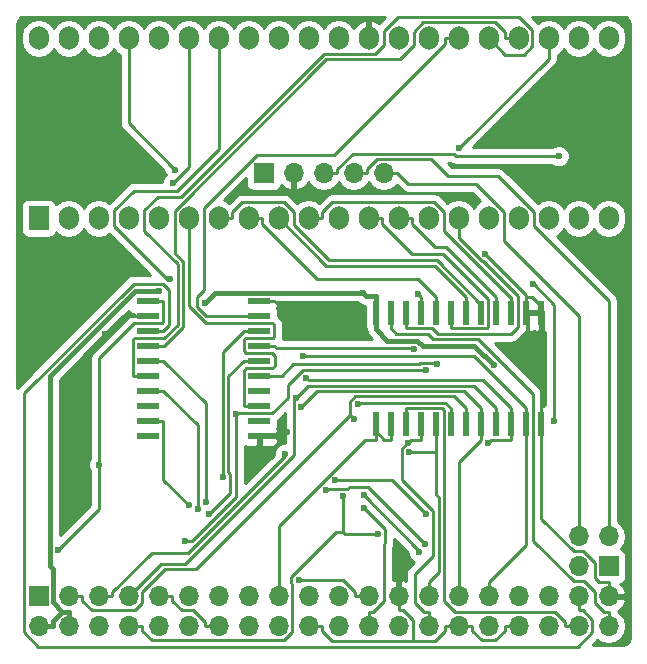
<source format=gbr>
G04 #@! TF.FileFunction,Copper,L2,Bot,Signal*
%FSLAX46Y46*%
G04 Gerber Fmt 4.6, Leading zero omitted, Abs format (unit mm)*
G04 Created by KiCad (PCBNEW 4.0.7) date 11/14/18 02:16:29*
%MOMM*%
%LPD*%
G01*
G04 APERTURE LIST*
%ADD10C,0.100000*%
%ADD11R,1.700000X1.700000*%
%ADD12O,1.700000X1.700000*%
%ADD13R,1.700000X2.000000*%
%ADD14O,1.700000X2.000000*%
%ADD15R,0.600000X2.000000*%
%ADD16R,1.950000X0.600000*%
%ADD17C,0.600000*%
%ADD18C,0.250000*%
%ADD19C,0.400000*%
%ADD20C,0.254000*%
G04 APERTURE END LIST*
D10*
D11*
X125730000Y-109474000D03*
D12*
X125730000Y-112014000D03*
X128270000Y-109474000D03*
X128270000Y-112014000D03*
X130810000Y-109474000D03*
X130810000Y-112014000D03*
X133350000Y-109474000D03*
X133350000Y-112014000D03*
X135890000Y-109474000D03*
X135890000Y-112014000D03*
X138430000Y-109474000D03*
X138430000Y-112014000D03*
X140970000Y-109474000D03*
X140970000Y-112014000D03*
X143510000Y-109474000D03*
X143510000Y-112014000D03*
X146050000Y-109474000D03*
X146050000Y-112014000D03*
X148590000Y-109474000D03*
X148590000Y-112014000D03*
X151130000Y-109474000D03*
X151130000Y-112014000D03*
X153670000Y-109474000D03*
X153670000Y-112014000D03*
X156210000Y-109474000D03*
X156210000Y-112014000D03*
X158750000Y-109474000D03*
X158750000Y-112014000D03*
X161290000Y-109474000D03*
X161290000Y-112014000D03*
X163830000Y-109474000D03*
X163830000Y-112014000D03*
X166370000Y-109474000D03*
X166370000Y-112014000D03*
X168910000Y-109474000D03*
X168910000Y-112014000D03*
X171450000Y-109474000D03*
X171450000Y-112014000D03*
X173990000Y-109474000D03*
X173990000Y-112014000D03*
D11*
X173990000Y-106934000D03*
D12*
X171450000Y-106934000D03*
X173990000Y-104394000D03*
X171450000Y-104394000D03*
D11*
X144780000Y-73660000D03*
D12*
X147320000Y-73660000D03*
X149860000Y-73660000D03*
X152400000Y-73660000D03*
X154940000Y-73660000D03*
D13*
X125730000Y-77470000D03*
D14*
X173990000Y-62230000D03*
X128270000Y-77470000D03*
X171450000Y-62230000D03*
X130810000Y-77470000D03*
X168910000Y-62230000D03*
X133350000Y-77470000D03*
X166370000Y-62230000D03*
X135890000Y-77470000D03*
X163830000Y-62230000D03*
X138430000Y-77470000D03*
X161290000Y-62230000D03*
X140970000Y-77470000D03*
X158750000Y-62230000D03*
X143510000Y-77470000D03*
X156210000Y-62230000D03*
X146050000Y-77470000D03*
X153670000Y-62230000D03*
X148590000Y-77470000D03*
X151130000Y-62230000D03*
X151130000Y-77470000D03*
X148590000Y-62230000D03*
X153670000Y-77470000D03*
X146050000Y-62230000D03*
X156210000Y-77470000D03*
X143510000Y-62230000D03*
X158750000Y-77470000D03*
X140970000Y-62230000D03*
X161290000Y-77470000D03*
X138430000Y-62230000D03*
X163830000Y-77470000D03*
X135890000Y-62230000D03*
X166370000Y-77470000D03*
X133350000Y-62230000D03*
X168910000Y-77470000D03*
X130810000Y-62230000D03*
X171450000Y-77470000D03*
X128270000Y-62230000D03*
X173990000Y-77470000D03*
X125730000Y-62230000D03*
D15*
X154305000Y-85470000D03*
X155575000Y-85470000D03*
X156845000Y-85470000D03*
X158115000Y-85470000D03*
X159385000Y-85470000D03*
X160655000Y-85470000D03*
X161925000Y-85470000D03*
X163195000Y-85470000D03*
X164465000Y-85470000D03*
X165735000Y-85470000D03*
X167005000Y-85470000D03*
X168275000Y-85470000D03*
X168275000Y-94870000D03*
X167005000Y-94870000D03*
X165735000Y-94870000D03*
X164465000Y-94870000D03*
X163195000Y-94870000D03*
X161925000Y-94870000D03*
X160655000Y-94870000D03*
X159385000Y-94870000D03*
X158115000Y-94870000D03*
X156845000Y-94870000D03*
X155575000Y-94870000D03*
X154305000Y-94870000D03*
D16*
X144400000Y-84455000D03*
X144400000Y-85725000D03*
X144400000Y-86995000D03*
X144400000Y-88265000D03*
X144400000Y-89535000D03*
X144400000Y-90805000D03*
X144400000Y-92075000D03*
X144400000Y-93345000D03*
X144400000Y-94615000D03*
X144400000Y-95885000D03*
X135000000Y-95885000D03*
X135000000Y-94615000D03*
X135000000Y-93345000D03*
X135000000Y-92075000D03*
X135000000Y-90805000D03*
X135000000Y-89535000D03*
X135000000Y-88265000D03*
X135000000Y-86995000D03*
X135000000Y-85725000D03*
X135000000Y-84455000D03*
D17*
X131316700Y-87286000D03*
X163544800Y-80458400D03*
X129484900Y-93930200D03*
X146735200Y-95586100D03*
X146675500Y-84839300D03*
X164267000Y-89918300D03*
X153184700Y-83798800D03*
X135960400Y-83641200D03*
X139796100Y-84659300D03*
X152759200Y-93210800D03*
X146564300Y-97421300D03*
X147528200Y-92676000D03*
X148144300Y-89132600D03*
X163795900Y-96480600D03*
X148355100Y-90947000D03*
X157133200Y-97248500D03*
X156996100Y-96448100D03*
X152419100Y-94435300D03*
X147985200Y-93427900D03*
X157519900Y-88538600D03*
X137313800Y-73346600D03*
X137102500Y-74487800D03*
X136895400Y-82625300D03*
X157853600Y-83882400D03*
X130876000Y-98322700D03*
X127413400Y-105512600D03*
X153267900Y-101969400D03*
X147793800Y-108086800D03*
X142452600Y-94066900D03*
X158567500Y-90343800D03*
X138135700Y-104806300D03*
X158482700Y-105079800D03*
X150031000Y-100475600D03*
X158525800Y-102504800D03*
X150833300Y-99645100D03*
X154431800Y-104174000D03*
X151509000Y-100996000D03*
X138433800Y-101731700D03*
X139222700Y-102087000D03*
X141308700Y-99342800D03*
X167614300Y-83068900D03*
X169398800Y-94624500D03*
X157974500Y-105755200D03*
X153259700Y-100934100D03*
X140149300Y-102516800D03*
X169771200Y-72205800D03*
X139878100Y-101471200D03*
X161350400Y-71533100D03*
X159467000Y-89833600D03*
D18*
X148590000Y-112014000D02*
X149765300Y-112014000D01*
X173990000Y-109474000D02*
X173990000Y-108298700D01*
X161290000Y-112014000D02*
X160125200Y-112014000D01*
X156210000Y-109474000D02*
X156210000Y-110649300D01*
X156577300Y-110649300D02*
X156210000Y-110649300D01*
X157423600Y-111495600D02*
X156577300Y-110649300D01*
X157423600Y-113226400D02*
X157423600Y-111495600D01*
X150610400Y-113226400D02*
X157423600Y-113226400D01*
X149765300Y-112381300D02*
X150610400Y-113226400D01*
X149765300Y-112014000D02*
X149765300Y-112381300D01*
X160125200Y-112387200D02*
X160125200Y-112014000D01*
X159286000Y-113226400D02*
X160125200Y-112387200D01*
X157423600Y-113226400D02*
X159286000Y-113226400D01*
X135000000Y-85725000D02*
X133699700Y-85725000D01*
X132877700Y-85725000D02*
X131316700Y-87286000D01*
X133699700Y-85725000D02*
X132877700Y-85725000D01*
X168275000Y-102899800D02*
X168275000Y-94870000D01*
X171039200Y-105664000D02*
X168275000Y-102899800D01*
X171844800Y-105664000D02*
X171039200Y-105664000D01*
X172814700Y-106633900D02*
X171844800Y-105664000D01*
X172814700Y-107931500D02*
X172814700Y-106633900D01*
X173181900Y-108298700D02*
X172814700Y-107931500D01*
X173990000Y-108298700D02*
X173181900Y-108298700D01*
X167005000Y-85470000D02*
X167005000Y-84144700D01*
X168275000Y-94870000D02*
X168275000Y-93544700D01*
X168275000Y-85470000D02*
X168275000Y-93544700D01*
X167536900Y-84144700D02*
X167005000Y-84144700D01*
X168275000Y-84882800D02*
X167536900Y-84144700D01*
X168275000Y-85470000D02*
X168275000Y-84882800D01*
X167005000Y-83918600D02*
X163544800Y-80458400D01*
X167005000Y-84144700D02*
X167005000Y-83918600D01*
X162465300Y-112381400D02*
X162465300Y-112014000D01*
X163273200Y-113189300D02*
X162465300Y-112381400D01*
X164386700Y-113189300D02*
X163273200Y-113189300D01*
X165194700Y-112381300D02*
X164386700Y-113189300D01*
X165194700Y-112014000D02*
X165194700Y-112381300D01*
X166370000Y-112014000D02*
X165194700Y-112014000D01*
X161290000Y-112014000D02*
X162465300Y-112014000D01*
X137065300Y-109841400D02*
X137065300Y-109474000D01*
X137873200Y-110649300D02*
X137065300Y-109841400D01*
X138797400Y-110649300D02*
X137873200Y-110649300D01*
X139794700Y-111646600D02*
X138797400Y-110649300D01*
X139794700Y-112014000D02*
X139794700Y-111646600D01*
X140970000Y-112014000D02*
X139794700Y-112014000D01*
X135890000Y-109474000D02*
X137065300Y-109474000D01*
X129484900Y-89117800D02*
X131316700Y-87286000D01*
X129484900Y-93930200D02*
X129484900Y-89117800D01*
X145999200Y-95586100D02*
X146735200Y-95586100D01*
X145700300Y-95885000D02*
X145999200Y-95586100D01*
X144400000Y-95885000D02*
X145700300Y-95885000D01*
X144400000Y-84455000D02*
X145700300Y-84455000D01*
X146084600Y-84839300D02*
X146675500Y-84839300D01*
X145700300Y-84455000D02*
X146084600Y-84839300D01*
D19*
X154305000Y-86170100D02*
X154305000Y-86870300D01*
X154305000Y-86170100D02*
X154305000Y-85470000D01*
X154305000Y-85470000D02*
X154305000Y-84069700D01*
X128270000Y-112014000D02*
X128270000Y-110763700D01*
X125730000Y-112014000D02*
X126980300Y-112014000D01*
X126980400Y-109992200D02*
X127751900Y-110763700D01*
X126980400Y-107147300D02*
X126980400Y-109992200D01*
X126706500Y-106873400D02*
X126980400Y-107147300D01*
X126706500Y-90848600D02*
X126706500Y-106873400D01*
X133913900Y-83641200D02*
X126706500Y-90848600D01*
X135960400Y-83641200D02*
X133913900Y-83641200D01*
X128270000Y-110763700D02*
X127751900Y-110763700D01*
X126980300Y-111535300D02*
X126980300Y-112014000D01*
X127751900Y-110763700D02*
X126980300Y-111535300D01*
X155251500Y-87816800D02*
X154305000Y-86870300D01*
X157816200Y-87816800D02*
X155251500Y-87816800D01*
X158284800Y-88285400D02*
X157816200Y-87816800D01*
X162634100Y-88285400D02*
X158284800Y-88285400D01*
X164267000Y-89918300D02*
X162634100Y-88285400D01*
X140700800Y-83754600D02*
X139796100Y-84659300D01*
X153140500Y-83754600D02*
X140700800Y-83754600D01*
X153184700Y-83798800D02*
X153140500Y-83754600D01*
X153455600Y-84069700D02*
X154305000Y-84069700D01*
X153184700Y-83798800D02*
X153455600Y-84069700D01*
D18*
X160655000Y-94870000D02*
X160655000Y-93544700D01*
X160179400Y-93069100D02*
X160655000Y-93544700D01*
X152900900Y-93069100D02*
X160179400Y-93069100D01*
X152759200Y-93210800D02*
X152900900Y-93069100D01*
X130810000Y-109474000D02*
X131985300Y-109474000D01*
X146564300Y-97623100D02*
X146564300Y-97421300D01*
X138421700Y-105765700D02*
X146564300Y-97623100D01*
X135326300Y-105765700D02*
X138421700Y-105765700D01*
X131985300Y-109106700D02*
X135326300Y-105765700D01*
X131985300Y-109474000D02*
X131985300Y-109106700D01*
X164465000Y-94870000D02*
X164465000Y-93544700D01*
X162564900Y-91644600D02*
X164465000Y-93544700D01*
X148559600Y-91644600D02*
X162564900Y-91644600D01*
X147528200Y-92676000D02*
X148559600Y-91644600D01*
X147359900Y-92844300D02*
X147528200Y-92676000D01*
X147359900Y-95326400D02*
X147359900Y-92844300D01*
X147360500Y-95327000D02*
X147359900Y-95326400D01*
X147360500Y-97523800D02*
X147360500Y-95327000D01*
X138169500Y-106714800D02*
X147360500Y-97523800D01*
X136109200Y-106714800D02*
X138169500Y-106714800D01*
X133350000Y-109474000D02*
X136109200Y-106714800D01*
X163830000Y-109474000D02*
X163830000Y-108298700D01*
X167005000Y-105123700D02*
X167005000Y-96195300D01*
X163830000Y-108298700D02*
X167005000Y-105123700D01*
X167005000Y-95532600D02*
X167005000Y-96195300D01*
X167005000Y-95532600D02*
X167005000Y-94870000D01*
X148175800Y-89164100D02*
X148144300Y-89132600D01*
X162624400Y-89164100D02*
X148175800Y-89164100D01*
X167005000Y-93544700D02*
X162624400Y-89164100D01*
X167005000Y-94870000D02*
X167005000Y-93544700D01*
X165735000Y-95532600D02*
X165735000Y-96195300D01*
X164081200Y-96195300D02*
X163795900Y-96480600D01*
X165735000Y-96195300D02*
X164081200Y-96195300D01*
X165735000Y-95532600D02*
X165735000Y-94870000D01*
X148602300Y-91194200D02*
X148355100Y-90947000D01*
X163384500Y-91194200D02*
X148602300Y-91194200D01*
X165735000Y-93544700D02*
X163384500Y-91194200D01*
X165735000Y-94870000D02*
X165735000Y-93544700D01*
X158750000Y-109474000D02*
X158750000Y-108298700D01*
X159385000Y-94870000D02*
X159385000Y-97248500D01*
X159385000Y-97248500D02*
X157133200Y-97248500D01*
X159385000Y-100887500D02*
X159385000Y-97248500D01*
X159601400Y-101103900D02*
X159385000Y-100887500D01*
X159601400Y-107447300D02*
X159601400Y-101103900D01*
X158750000Y-108298700D02*
X159601400Y-107447300D01*
X158115000Y-94870000D02*
X158115000Y-96195300D01*
X158750000Y-112014000D02*
X158750000Y-110838700D01*
X156507900Y-96936300D02*
X156996100Y-96448100D01*
X156507900Y-99602500D02*
X156507900Y-96936300D01*
X159151100Y-102245700D02*
X156507900Y-99602500D01*
X159151100Y-106036900D02*
X159151100Y-102245700D01*
X157574700Y-107613300D02*
X159151100Y-106036900D01*
X157574700Y-110030800D02*
X157574700Y-107613300D01*
X158382600Y-110838700D02*
X157574700Y-110030800D01*
X158750000Y-110838700D02*
X158382600Y-110838700D01*
X157248900Y-96195300D02*
X156996100Y-96448100D01*
X158115000Y-96195300D02*
X157248900Y-96195300D01*
X161925000Y-94870000D02*
X161925000Y-93544700D01*
X128270000Y-109474000D02*
X129445300Y-109474000D01*
X139053800Y-107175400D02*
X152106500Y-94122700D01*
X136452700Y-107175400D02*
X139053800Y-107175400D01*
X134525400Y-109102700D02*
X136452700Y-107175400D01*
X134525400Y-109999600D02*
X134525400Y-109102700D01*
X133875700Y-110649300D02*
X134525400Y-109999600D01*
X130253200Y-110649300D02*
X133875700Y-110649300D01*
X129445300Y-109841400D02*
X130253200Y-110649300D01*
X129445300Y-109474000D02*
X129445300Y-109841400D01*
X152419100Y-94435300D02*
X152106500Y-94122700D01*
X160929900Y-92549600D02*
X161925000Y-93544700D01*
X152536000Y-92549600D02*
X160929900Y-92549600D01*
X152106500Y-92979100D02*
X152536000Y-92549600D01*
X152106500Y-94122700D02*
X152106500Y-92979100D01*
X161290000Y-98100300D02*
X161290000Y-108298700D01*
X163195000Y-96195300D02*
X161290000Y-98100300D01*
X161290000Y-109474000D02*
X161290000Y-108298700D01*
X163195000Y-95420100D02*
X163195000Y-96195300D01*
X163195000Y-95420100D02*
X163195000Y-94870000D01*
X163195000Y-94870000D02*
X163195000Y-93544700D01*
X161749500Y-92099200D02*
X163195000Y-93544700D01*
X149313900Y-92099200D02*
X161749500Y-92099200D01*
X147985200Y-93427900D02*
X149313900Y-92099200D01*
X157440500Y-88459200D02*
X157519900Y-88538600D01*
X145894500Y-88459200D02*
X157440500Y-88459200D01*
X145700300Y-88265000D02*
X145894500Y-88459200D01*
X144400000Y-88265000D02*
X145700300Y-88265000D01*
X161290000Y-62230000D02*
X160114700Y-62230000D01*
X144400000Y-85725000D02*
X143099700Y-85725000D01*
X139875300Y-85725000D02*
X143099700Y-85725000D01*
X139150400Y-85000100D02*
X139875300Y-85725000D01*
X139150400Y-84090200D02*
X139150400Y-85000100D01*
X139700000Y-83540600D02*
X139150400Y-84090200D01*
X139700000Y-76569400D02*
X139700000Y-83540600D01*
X144197900Y-72071500D02*
X139700000Y-76569400D01*
X150787400Y-72071500D02*
X144197900Y-72071500D01*
X160114700Y-62744200D02*
X150787400Y-72071500D01*
X160114700Y-62230000D02*
X160114700Y-62744200D01*
X133350000Y-69382800D02*
X137313800Y-73346600D01*
X133350000Y-62230000D02*
X133350000Y-69382800D01*
X138430000Y-73160300D02*
X137102500Y-74487800D01*
X138430000Y-62230000D02*
X138430000Y-73160300D01*
X136626400Y-82625300D02*
X136895400Y-82625300D01*
X132158200Y-78157100D02*
X136626400Y-82625300D01*
X132158200Y-76791300D02*
X132158200Y-78157100D01*
X133836400Y-75113100D02*
X132158200Y-76791300D01*
X137435000Y-75113100D02*
X133836400Y-75113100D01*
X140970000Y-71578100D02*
X137435000Y-75113100D01*
X140970000Y-62230000D02*
X140970000Y-71578100D01*
X161290000Y-77470000D02*
X161290000Y-78795300D01*
X156845000Y-85470000D02*
X156845000Y-86795300D01*
X159076500Y-86795300D02*
X156845000Y-86795300D01*
X159536800Y-87255600D02*
X159076500Y-86795300D01*
X165745700Y-87255600D02*
X159536800Y-87255600D01*
X166360400Y-86640900D02*
X165745700Y-87255600D01*
X166360400Y-84063100D02*
X166360400Y-86640900D01*
X163381000Y-81083700D02*
X166360400Y-84063100D01*
X163282300Y-81083700D02*
X163381000Y-81083700D01*
X161290000Y-79091400D02*
X163282300Y-81083700D01*
X161290000Y-78795300D02*
X161290000Y-79091400D01*
X158115000Y-85470000D02*
X158115000Y-84144700D01*
X158115000Y-84143800D02*
X158115000Y-84144700D01*
X157853600Y-83882400D02*
X158115000Y-84143800D01*
X144685300Y-77984200D02*
X144685300Y-77470000D01*
X149320600Y-82619500D02*
X144685300Y-77984200D01*
X157859800Y-82619500D02*
X149320600Y-82619500D01*
X159385000Y-84144700D02*
X157859800Y-82619500D01*
X159385000Y-85470000D02*
X159385000Y-84144700D01*
X143510000Y-77470000D02*
X144685300Y-77470000D01*
X154845300Y-77984200D02*
X154845300Y-77470000D01*
X157309900Y-80448800D02*
X154845300Y-77984200D01*
X159935800Y-80448800D02*
X157309900Y-80448800D01*
X163820400Y-84333400D02*
X159935800Y-80448800D01*
X163820400Y-86649300D02*
X163820400Y-84333400D01*
X163674400Y-86795300D02*
X163820400Y-86649300D01*
X160655000Y-86795300D02*
X163674400Y-86795300D01*
X160655000Y-85470000D02*
X160655000Y-86795300D01*
X153670000Y-77470000D02*
X154845300Y-77470000D01*
X161925000Y-85470000D02*
X161925000Y-84144700D01*
X159263900Y-81483600D02*
X161925000Y-84144700D01*
X150063600Y-81483600D02*
X159263900Y-81483600D01*
X146050000Y-77470000D02*
X150063600Y-81483600D01*
X142145300Y-76955800D02*
X142145300Y-77470000D01*
X142974100Y-76127000D02*
X142145300Y-76955800D01*
X146521900Y-76127000D02*
X142974100Y-76127000D01*
X147320000Y-76925100D02*
X146521900Y-76127000D01*
X147320000Y-78029600D02*
X147320000Y-76925100D01*
X150323600Y-81033200D02*
X147320000Y-78029600D01*
X159450400Y-81033200D02*
X150323600Y-81033200D01*
X163195000Y-84777800D02*
X159450400Y-81033200D01*
X163195000Y-85470000D02*
X163195000Y-84777800D01*
X140970000Y-77470000D02*
X142145300Y-77470000D01*
X157385300Y-77984200D02*
X157385300Y-77470000D01*
X159291000Y-79889900D02*
X157385300Y-77984200D01*
X160210200Y-79889900D02*
X159291000Y-79889900D01*
X164465000Y-84144700D02*
X160210200Y-79889900D01*
X164465000Y-85470000D02*
X164465000Y-84144700D01*
X156210000Y-77470000D02*
X157385300Y-77470000D01*
X149765300Y-76955800D02*
X149765300Y-77470000D01*
X150597600Y-76123500D02*
X149765300Y-76955800D01*
X159238300Y-76123500D02*
X150597600Y-76123500D01*
X160020000Y-76905200D02*
X159238300Y-76123500D01*
X160020000Y-78509600D02*
X160020000Y-76905200D01*
X165655100Y-84144700D02*
X160020000Y-78509600D01*
X165735000Y-84144700D02*
X165655100Y-84144700D01*
X165735000Y-85470000D02*
X165735000Y-84144700D01*
X148590000Y-77470000D02*
X149765300Y-77470000D01*
X144400000Y-93345000D02*
X143099700Y-93345000D01*
X138430000Y-77470000D02*
X138430000Y-78795300D01*
X143099700Y-90370200D02*
X143099700Y-93345000D01*
X143290300Y-90179600D02*
X143099700Y-90370200D01*
X145517000Y-90179600D02*
X143290300Y-90179600D01*
X145749900Y-89946700D02*
X145517000Y-90179600D01*
X145749900Y-89149800D02*
X145749900Y-89946700D01*
X145509700Y-88909600D02*
X145749900Y-89149800D01*
X143301400Y-88909600D02*
X145509700Y-88909600D01*
X143099600Y-88707800D02*
X143301400Y-88909600D01*
X143099600Y-87773100D02*
X143099600Y-88707800D01*
X143233100Y-87639600D02*
X143099600Y-87773100D01*
X145546200Y-87639600D02*
X143233100Y-87639600D01*
X145700300Y-87485500D02*
X145546200Y-87639600D01*
X145700300Y-86500700D02*
X145700300Y-87485500D01*
X145559800Y-86360200D02*
X145700300Y-86500700D01*
X139870300Y-86360200D02*
X145559800Y-86360200D01*
X138430000Y-84919900D02*
X139870300Y-86360200D01*
X138430000Y-78795300D02*
X138430000Y-84919900D01*
X135000000Y-84455000D02*
X136300300Y-84455000D01*
X146050000Y-109474000D02*
X146050000Y-108298700D01*
X154305000Y-94870000D02*
X154305000Y-95513900D01*
X154305000Y-95513900D02*
X154305000Y-96195300D01*
X154986400Y-96195300D02*
X155575000Y-96195300D01*
X154305000Y-95513900D02*
X154986400Y-96195300D01*
X155575000Y-94870000D02*
X155575000Y-96195300D01*
X130876000Y-89329200D02*
X130876000Y-98322700D01*
X133854800Y-86350400D02*
X130876000Y-89329200D01*
X136177500Y-86350400D02*
X133854800Y-86350400D01*
X136300300Y-86227600D02*
X136177500Y-86350400D01*
X136300300Y-84455000D02*
X136300300Y-86227600D01*
X130876000Y-102050000D02*
X127413400Y-105512600D01*
X130876000Y-98322700D02*
X130876000Y-102050000D01*
X146050000Y-103544100D02*
X146050000Y-108298700D01*
X153398800Y-96195300D02*
X146050000Y-103544100D01*
X154305000Y-96195300D02*
X153398800Y-96195300D01*
X153670000Y-112014000D02*
X153670000Y-110838700D01*
X155088100Y-103789600D02*
X153267900Y-101969400D01*
X155088100Y-104925000D02*
X155088100Y-103789600D01*
X154993900Y-105019200D02*
X155088100Y-104925000D01*
X154993900Y-109882100D02*
X154993900Y-105019200D01*
X154037300Y-110838700D02*
X154993900Y-109882100D01*
X153670000Y-110838700D02*
X154037300Y-110838700D01*
X151474800Y-108086800D02*
X147793800Y-108086800D01*
X152494700Y-109106700D02*
X151474800Y-108086800D01*
X152494700Y-109474000D02*
X152494700Y-109106700D01*
X153670000Y-109474000D02*
X152494700Y-109474000D01*
X142549100Y-93970400D02*
X142452600Y-94066900D01*
X145510700Y-93970400D02*
X142549100Y-93970400D01*
X146813800Y-92667300D02*
X145510700Y-93970400D01*
X146813800Y-91604000D02*
X146813800Y-92667300D01*
X148096100Y-90321700D02*
X146813800Y-91604000D01*
X158545400Y-90321700D02*
X148096100Y-90321700D01*
X158567500Y-90343800D02*
X158545400Y-90321700D01*
X138744200Y-104806300D02*
X138135700Y-104806300D01*
X142452600Y-101097900D02*
X138744200Y-104806300D01*
X142452600Y-94066900D02*
X142452600Y-101097900D01*
X150135900Y-100370700D02*
X150031000Y-100475600D01*
X151910200Y-100370700D02*
X150135900Y-100370700D01*
X152027100Y-100253800D02*
X151910200Y-100370700D01*
X153656700Y-100253800D02*
X152027100Y-100253800D01*
X158482700Y-105079800D02*
X153656700Y-100253800D01*
X155666100Y-99645100D02*
X158525800Y-102504800D01*
X150833300Y-99645100D02*
X155666100Y-99645100D01*
X133350000Y-112014000D02*
X134525300Y-112014000D01*
X151509000Y-104036700D02*
X151509000Y-100996000D01*
X150918400Y-104036700D02*
X151509000Y-104036700D01*
X147146400Y-107808700D02*
X150918400Y-104036700D01*
X147146400Y-108323700D02*
X147146400Y-107808700D01*
X147232300Y-108409600D02*
X147146400Y-108323700D01*
X147232300Y-112495900D02*
X147232300Y-108409600D01*
X146538900Y-113189300D02*
X147232300Y-112495900D01*
X135333200Y-113189300D02*
X146538900Y-113189300D01*
X134525300Y-112381400D02*
X135333200Y-113189300D01*
X134525300Y-112014000D02*
X134525300Y-112381400D01*
X151646300Y-104174000D02*
X154431800Y-104174000D01*
X151509000Y-104036700D02*
X151646300Y-104174000D01*
X136300300Y-99598200D02*
X138433800Y-101731700D01*
X136300300Y-94615000D02*
X136300300Y-99598200D01*
X135000000Y-94615000D02*
X136300300Y-94615000D01*
X135000000Y-92075000D02*
X136300300Y-92075000D01*
X139222700Y-94997400D02*
X139222700Y-102087000D01*
X136300300Y-92075000D02*
X139222700Y-94997400D01*
X141308700Y-88786000D02*
X141308700Y-99342800D01*
X143099700Y-86995000D02*
X141308700Y-88786000D01*
X144400000Y-86995000D02*
X143099700Y-86995000D01*
X167703100Y-83068900D02*
X167614300Y-83068900D01*
X169398800Y-84764600D02*
X167703100Y-83068900D01*
X169398800Y-94624500D02*
X169398800Y-84764600D01*
X156845000Y-94870000D02*
X156845000Y-93544700D01*
X171450000Y-112014000D02*
X170274700Y-112014000D01*
X159864400Y-93544700D02*
X156845000Y-93544700D01*
X160020000Y-93700300D02*
X159864400Y-93544700D01*
X160020000Y-100885600D02*
X160020000Y-93700300D01*
X160051700Y-100917300D02*
X160020000Y-100885600D01*
X160051700Y-109899800D02*
X160051700Y-100917300D01*
X160990600Y-110838700D02*
X160051700Y-109899800D01*
X169466800Y-110838700D02*
X160990600Y-110838700D01*
X170274700Y-111646600D02*
X169466800Y-110838700D01*
X170274700Y-112014000D02*
X170274700Y-111646600D01*
X157974500Y-105648900D02*
X153259700Y-100934100D01*
X157974500Y-105755200D02*
X157974500Y-105648900D01*
X171450000Y-109474000D02*
X171450000Y-110649300D01*
X135000000Y-86995000D02*
X136300300Y-86995000D01*
X171817400Y-110649300D02*
X171450000Y-110649300D01*
X172625300Y-111457200D02*
X171817400Y-110649300D01*
X172625300Y-112523100D02*
X172625300Y-111457200D01*
X171412100Y-113736300D02*
X172625300Y-112523100D01*
X125727100Y-113736300D02*
X171412100Y-113736300D01*
X124500200Y-112509400D02*
X125727100Y-113736300D01*
X124500200Y-92293000D02*
X124500200Y-112509400D01*
X133790800Y-83002400D02*
X124500200Y-92293000D01*
X136275500Y-83002400D02*
X133790800Y-83002400D01*
X136771100Y-83498000D02*
X136275500Y-83002400D01*
X136771100Y-86524200D02*
X136771100Y-83498000D01*
X136300300Y-86995000D02*
X136771100Y-86524200D01*
X144400000Y-89535000D02*
X143099700Y-89535000D01*
X141805400Y-90829300D02*
X143099700Y-89535000D01*
X141805400Y-98955100D02*
X141805400Y-90829300D01*
X141934000Y-99083700D02*
X141805400Y-98955100D01*
X141934000Y-100732100D02*
X141934000Y-99083700D01*
X140149300Y-102516800D02*
X141934000Y-100732100D01*
X155575000Y-85470000D02*
X155575000Y-86795300D01*
X173990000Y-112014000D02*
X173990000Y-110838700D01*
X173622600Y-110838700D02*
X173990000Y-110838700D01*
X172814700Y-110030800D02*
X173622600Y-110838700D01*
X172814700Y-109110300D02*
X172814700Y-110030800D01*
X171908400Y-108204000D02*
X172814700Y-109110300D01*
X171050600Y-108204000D02*
X171908400Y-108204000D01*
X167630400Y-104783800D02*
X171050600Y-108204000D01*
X167630400Y-92383600D02*
X167630400Y-104783800D01*
X162952800Y-87706000D02*
X167630400Y-92383600D01*
X159151700Y-87706000D02*
X162952800Y-87706000D01*
X158701400Y-87255700D02*
X159151700Y-87706000D01*
X156035400Y-87255700D02*
X158701400Y-87255700D01*
X155575000Y-86795300D02*
X156035400Y-87255700D01*
X149860000Y-73660000D02*
X151035300Y-73660000D01*
X161069500Y-72205800D02*
X169771200Y-72205800D01*
X160872100Y-72008400D02*
X161069500Y-72205800D01*
X152319600Y-72008400D02*
X160872100Y-72008400D01*
X151035300Y-73292700D02*
X152319600Y-72008400D01*
X151035300Y-73660000D02*
X151035300Y-73292700D01*
X139878100Y-93112800D02*
X139878100Y-101471200D01*
X136300300Y-89535000D02*
X139878100Y-93112800D01*
X135000000Y-89535000D02*
X136300300Y-89535000D01*
X173990000Y-84429700D02*
X173990000Y-104394000D01*
X167640000Y-78079700D02*
X173990000Y-84429700D01*
X167640000Y-76890400D02*
X167640000Y-78079700D01*
X164634800Y-73885200D02*
X167640000Y-76890400D01*
X160405300Y-73885200D02*
X164634800Y-73885200D01*
X159001400Y-72481300D02*
X160405300Y-73885200D01*
X154386700Y-72481300D02*
X159001400Y-72481300D01*
X153575300Y-73292700D02*
X154386700Y-72481300D01*
X153575300Y-73660000D02*
X153575300Y-73292700D01*
X152400000Y-73660000D02*
X153575300Y-73660000D01*
X171450000Y-104394000D02*
X171450000Y-103218700D01*
X154940000Y-73660000D02*
X156115300Y-73660000D01*
X171450000Y-85716900D02*
X171450000Y-103218700D01*
X165100000Y-79366900D02*
X171450000Y-85716900D01*
X165100000Y-76912100D02*
X165100000Y-79366900D01*
X162748500Y-74560600D02*
X165100000Y-76912100D01*
X157015900Y-74560600D02*
X162748500Y-74560600D01*
X156115300Y-73660000D02*
X157015900Y-74560600D01*
X168910000Y-63973500D02*
X161350400Y-71533100D01*
X168910000Y-62230000D02*
X168910000Y-63973500D01*
X166370000Y-62230000D02*
X165194700Y-62230000D01*
X135000000Y-88265000D02*
X136300300Y-88265000D01*
X136379900Y-88265000D02*
X136300300Y-88265000D01*
X137971100Y-86673800D02*
X136379900Y-88265000D01*
X137971100Y-81161500D02*
X137971100Y-86673800D01*
X137246800Y-80437200D02*
X137971100Y-81161500D01*
X137246800Y-76840900D02*
X137246800Y-80437200D01*
X150082000Y-64005700D02*
X137246800Y-76840900D01*
X156298800Y-64005700D02*
X150082000Y-64005700D01*
X157480000Y-62824500D02*
X156298800Y-64005700D01*
X157480000Y-61686700D02*
X157480000Y-62824500D01*
X158289000Y-60877700D02*
X157480000Y-61686700D01*
X164356600Y-60877700D02*
X158289000Y-60877700D01*
X165194700Y-61715800D02*
X164356600Y-60877700D01*
X165194700Y-62230000D02*
X165194700Y-61715800D01*
X135000000Y-90805000D02*
X133699700Y-90805000D01*
X133699700Y-87765000D02*
X133699700Y-90805000D01*
X133844300Y-87620400D02*
X133699700Y-87765000D01*
X136382800Y-87620400D02*
X133844300Y-87620400D01*
X137520800Y-86482400D02*
X136382800Y-87620400D01*
X137520800Y-81348100D02*
X137520800Y-86482400D01*
X134695500Y-78522800D02*
X137520800Y-81348100D01*
X134695500Y-76791400D02*
X134695500Y-78522800D01*
X135828800Y-75658100D02*
X134695500Y-76791400D01*
X137792700Y-75658100D02*
X135828800Y-75658100D01*
X149895400Y-63555400D02*
X137792700Y-75658100D01*
X154206500Y-63555400D02*
X149895400Y-63555400D01*
X154940000Y-62821900D02*
X154206500Y-63555400D01*
X154940000Y-61618500D02*
X154940000Y-62821900D01*
X156158200Y-60400300D02*
X154940000Y-61618500D01*
X166430000Y-60400300D02*
X156158200Y-60400300D01*
X167551800Y-61522100D02*
X166430000Y-60400300D01*
X167551800Y-62891700D02*
X167551800Y-61522100D01*
X166841000Y-63602500D02*
X167551800Y-62891700D01*
X165202500Y-63602500D02*
X166841000Y-63602500D01*
X163830000Y-62230000D02*
X165202500Y-63602500D01*
X159351900Y-89718500D02*
X159467000Y-89833600D01*
X158053100Y-89718500D02*
X159351900Y-89718500D01*
X157965600Y-89806000D02*
X158053100Y-89718500D01*
X147308100Y-89806000D02*
X157965600Y-89806000D01*
X146309100Y-90805000D02*
X147308100Y-89806000D01*
X144400000Y-90805000D02*
X146309100Y-90805000D01*
D20*
G36*
X175468979Y-60455478D02*
X175646145Y-60573856D01*
X175764521Y-60751019D01*
X175820000Y-61029931D01*
X175820000Y-112960069D01*
X175764521Y-113238981D01*
X175646145Y-113416144D01*
X175468979Y-113534522D01*
X175190070Y-113590000D01*
X172633202Y-113590000D01*
X173053908Y-113169294D01*
X173421715Y-113415054D01*
X173990000Y-113528093D01*
X174558285Y-113415054D01*
X175040054Y-113093147D01*
X175361961Y-112611378D01*
X175475000Y-112043093D01*
X175475000Y-111984907D01*
X175361961Y-111416622D01*
X175040054Y-110934853D01*
X174756899Y-110745655D01*
X174756924Y-110745645D01*
X175185183Y-110355358D01*
X175431486Y-109830892D01*
X175310819Y-109601000D01*
X174117000Y-109601000D01*
X174117000Y-109621000D01*
X173863000Y-109621000D01*
X173863000Y-109601000D01*
X173843000Y-109601000D01*
X173843000Y-109347000D01*
X173863000Y-109347000D01*
X173863000Y-109327000D01*
X174117000Y-109327000D01*
X174117000Y-109347000D01*
X175310819Y-109347000D01*
X175431486Y-109117108D01*
X175185183Y-108592642D01*
X174979496Y-108405192D01*
X175075317Y-108387162D01*
X175291441Y-108248090D01*
X175436431Y-108035890D01*
X175487440Y-107784000D01*
X175487440Y-106084000D01*
X175443162Y-105848683D01*
X175304090Y-105632559D01*
X175091890Y-105487569D01*
X175024459Y-105473914D01*
X175069147Y-105444054D01*
X175391054Y-104962285D01*
X175504093Y-104394000D01*
X175391054Y-103825715D01*
X175069147Y-103343946D01*
X174750000Y-103130699D01*
X174750000Y-84429700D01*
X174692148Y-84138861D01*
X174527401Y-83892299D01*
X169586673Y-78951571D01*
X169960054Y-78702086D01*
X170180000Y-78372913D01*
X170399946Y-78702086D01*
X170881715Y-79023993D01*
X171450000Y-79137032D01*
X172018285Y-79023993D01*
X172500054Y-78702086D01*
X172720000Y-78372913D01*
X172939946Y-78702086D01*
X173421715Y-79023993D01*
X173990000Y-79137032D01*
X174558285Y-79023993D01*
X175040054Y-78702086D01*
X175361961Y-78220317D01*
X175475000Y-77652032D01*
X175475000Y-77287968D01*
X175361961Y-76719683D01*
X175040054Y-76237914D01*
X174558285Y-75916007D01*
X173990000Y-75802968D01*
X173421715Y-75916007D01*
X172939946Y-76237914D01*
X172720000Y-76567087D01*
X172500054Y-76237914D01*
X172018285Y-75916007D01*
X171450000Y-75802968D01*
X170881715Y-75916007D01*
X170399946Y-76237914D01*
X170180000Y-76567087D01*
X169960054Y-76237914D01*
X169478285Y-75916007D01*
X168910000Y-75802968D01*
X168341715Y-75916007D01*
X167981258Y-76156856D01*
X165172201Y-73347799D01*
X164925639Y-73183052D01*
X164634800Y-73125200D01*
X160720102Y-73125200D01*
X160363302Y-72768400D01*
X160569812Y-72768400D01*
X160778661Y-72907948D01*
X161069500Y-72965800D01*
X169208737Y-72965800D01*
X169240873Y-72997992D01*
X169584401Y-73140638D01*
X169956367Y-73140962D01*
X170300143Y-72998917D01*
X170563392Y-72736127D01*
X170706038Y-72392599D01*
X170706362Y-72020633D01*
X170564317Y-71676857D01*
X170301527Y-71413608D01*
X169957999Y-71270962D01*
X169586033Y-71270638D01*
X169242257Y-71412683D01*
X169209082Y-71445800D01*
X162512502Y-71445800D01*
X169447401Y-64510901D01*
X169612148Y-64264339D01*
X169670000Y-63973500D01*
X169670000Y-63655893D01*
X169960054Y-63462086D01*
X170180000Y-63132913D01*
X170399946Y-63462086D01*
X170881715Y-63783993D01*
X171450000Y-63897032D01*
X172018285Y-63783993D01*
X172500054Y-63462086D01*
X172720000Y-63132913D01*
X172939946Y-63462086D01*
X173421715Y-63783993D01*
X173990000Y-63897032D01*
X174558285Y-63783993D01*
X175040054Y-63462086D01*
X175361961Y-62980317D01*
X175475000Y-62412032D01*
X175475000Y-62047968D01*
X175361961Y-61479683D01*
X175040054Y-60997914D01*
X174558285Y-60676007D01*
X173990000Y-60562968D01*
X173421715Y-60676007D01*
X172939946Y-60997914D01*
X172720000Y-61327087D01*
X172500054Y-60997914D01*
X172018285Y-60676007D01*
X171450000Y-60562968D01*
X170881715Y-60676007D01*
X170399946Y-60997914D01*
X170180000Y-61327087D01*
X169960054Y-60997914D01*
X169478285Y-60676007D01*
X168910000Y-60562968D01*
X168341715Y-60676007D01*
X168005296Y-60900794D01*
X167504502Y-60400000D01*
X175190070Y-60400000D01*
X175468979Y-60455478D01*
X175468979Y-60455478D01*
G37*
X175468979Y-60455478D02*
X175646145Y-60573856D01*
X175764521Y-60751019D01*
X175820000Y-61029931D01*
X175820000Y-112960069D01*
X175764521Y-113238981D01*
X175646145Y-113416144D01*
X175468979Y-113534522D01*
X175190070Y-113590000D01*
X172633202Y-113590000D01*
X173053908Y-113169294D01*
X173421715Y-113415054D01*
X173990000Y-113528093D01*
X174558285Y-113415054D01*
X175040054Y-113093147D01*
X175361961Y-112611378D01*
X175475000Y-112043093D01*
X175475000Y-111984907D01*
X175361961Y-111416622D01*
X175040054Y-110934853D01*
X174756899Y-110745655D01*
X174756924Y-110745645D01*
X175185183Y-110355358D01*
X175431486Y-109830892D01*
X175310819Y-109601000D01*
X174117000Y-109601000D01*
X174117000Y-109621000D01*
X173863000Y-109621000D01*
X173863000Y-109601000D01*
X173843000Y-109601000D01*
X173843000Y-109347000D01*
X173863000Y-109347000D01*
X173863000Y-109327000D01*
X174117000Y-109327000D01*
X174117000Y-109347000D01*
X175310819Y-109347000D01*
X175431486Y-109117108D01*
X175185183Y-108592642D01*
X174979496Y-108405192D01*
X175075317Y-108387162D01*
X175291441Y-108248090D01*
X175436431Y-108035890D01*
X175487440Y-107784000D01*
X175487440Y-106084000D01*
X175443162Y-105848683D01*
X175304090Y-105632559D01*
X175091890Y-105487569D01*
X175024459Y-105473914D01*
X175069147Y-105444054D01*
X175391054Y-104962285D01*
X175504093Y-104394000D01*
X175391054Y-103825715D01*
X175069147Y-103343946D01*
X174750000Y-103130699D01*
X174750000Y-84429700D01*
X174692148Y-84138861D01*
X174527401Y-83892299D01*
X169586673Y-78951571D01*
X169960054Y-78702086D01*
X170180000Y-78372913D01*
X170399946Y-78702086D01*
X170881715Y-79023993D01*
X171450000Y-79137032D01*
X172018285Y-79023993D01*
X172500054Y-78702086D01*
X172720000Y-78372913D01*
X172939946Y-78702086D01*
X173421715Y-79023993D01*
X173990000Y-79137032D01*
X174558285Y-79023993D01*
X175040054Y-78702086D01*
X175361961Y-78220317D01*
X175475000Y-77652032D01*
X175475000Y-77287968D01*
X175361961Y-76719683D01*
X175040054Y-76237914D01*
X174558285Y-75916007D01*
X173990000Y-75802968D01*
X173421715Y-75916007D01*
X172939946Y-76237914D01*
X172720000Y-76567087D01*
X172500054Y-76237914D01*
X172018285Y-75916007D01*
X171450000Y-75802968D01*
X170881715Y-75916007D01*
X170399946Y-76237914D01*
X170180000Y-76567087D01*
X169960054Y-76237914D01*
X169478285Y-75916007D01*
X168910000Y-75802968D01*
X168341715Y-75916007D01*
X167981258Y-76156856D01*
X165172201Y-73347799D01*
X164925639Y-73183052D01*
X164634800Y-73125200D01*
X160720102Y-73125200D01*
X160363302Y-72768400D01*
X160569812Y-72768400D01*
X160778661Y-72907948D01*
X161069500Y-72965800D01*
X169208737Y-72965800D01*
X169240873Y-72997992D01*
X169584401Y-73140638D01*
X169956367Y-73140962D01*
X170300143Y-72998917D01*
X170563392Y-72736127D01*
X170706038Y-72392599D01*
X170706362Y-72020633D01*
X170564317Y-71676857D01*
X170301527Y-71413608D01*
X169957999Y-71270962D01*
X169586033Y-71270638D01*
X169242257Y-71412683D01*
X169209082Y-71445800D01*
X162512502Y-71445800D01*
X169447401Y-64510901D01*
X169612148Y-64264339D01*
X169670000Y-63973500D01*
X169670000Y-63655893D01*
X169960054Y-63462086D01*
X170180000Y-63132913D01*
X170399946Y-63462086D01*
X170881715Y-63783993D01*
X171450000Y-63897032D01*
X172018285Y-63783993D01*
X172500054Y-63462086D01*
X172720000Y-63132913D01*
X172939946Y-63462086D01*
X173421715Y-63783993D01*
X173990000Y-63897032D01*
X174558285Y-63783993D01*
X175040054Y-63462086D01*
X175361961Y-62980317D01*
X175475000Y-62412032D01*
X175475000Y-62047968D01*
X175361961Y-61479683D01*
X175040054Y-60997914D01*
X174558285Y-60676007D01*
X173990000Y-60562968D01*
X173421715Y-60676007D01*
X172939946Y-60997914D01*
X172720000Y-61327087D01*
X172500054Y-60997914D01*
X172018285Y-60676007D01*
X171450000Y-60562968D01*
X170881715Y-60676007D01*
X170399946Y-60997914D01*
X170180000Y-61327087D01*
X169960054Y-60997914D01*
X169478285Y-60676007D01*
X168910000Y-60562968D01*
X168341715Y-60676007D01*
X168005296Y-60900794D01*
X167504502Y-60400000D01*
X175190070Y-60400000D01*
X175468979Y-60455478D01*
G36*
X166497000Y-111887000D02*
X166517000Y-111887000D01*
X166517000Y-112141000D01*
X166497000Y-112141000D01*
X166497000Y-112161000D01*
X166243000Y-112161000D01*
X166243000Y-112141000D01*
X166223000Y-112141000D01*
X166223000Y-111887000D01*
X166243000Y-111887000D01*
X166243000Y-111867000D01*
X166497000Y-111867000D01*
X166497000Y-111887000D01*
X166497000Y-111887000D01*
G37*
X166497000Y-111887000D02*
X166517000Y-111887000D01*
X166517000Y-112141000D01*
X166497000Y-112141000D01*
X166497000Y-112161000D01*
X166243000Y-112161000D01*
X166243000Y-112141000D01*
X166223000Y-112141000D01*
X166223000Y-111887000D01*
X166243000Y-111887000D01*
X166243000Y-111867000D01*
X166497000Y-111867000D01*
X166497000Y-111887000D01*
G36*
X161417000Y-111887000D02*
X161437000Y-111887000D01*
X161437000Y-112141000D01*
X161417000Y-112141000D01*
X161417000Y-112161000D01*
X161163000Y-112161000D01*
X161163000Y-112141000D01*
X161143000Y-112141000D01*
X161143000Y-111887000D01*
X161163000Y-111887000D01*
X161163000Y-111867000D01*
X161417000Y-111867000D01*
X161417000Y-111887000D01*
X161417000Y-111887000D01*
G37*
X161417000Y-111887000D02*
X161437000Y-111887000D01*
X161437000Y-112141000D01*
X161417000Y-112141000D01*
X161417000Y-112161000D01*
X161163000Y-112161000D01*
X161163000Y-112141000D01*
X161143000Y-112141000D01*
X161143000Y-111887000D01*
X161163000Y-111887000D01*
X161163000Y-111867000D01*
X161417000Y-111867000D01*
X161417000Y-111887000D01*
G36*
X148717000Y-111887000D02*
X148737000Y-111887000D01*
X148737000Y-112141000D01*
X148717000Y-112141000D01*
X148717000Y-112161000D01*
X148463000Y-112161000D01*
X148463000Y-112141000D01*
X148443000Y-112141000D01*
X148443000Y-111887000D01*
X148463000Y-111887000D01*
X148463000Y-111867000D01*
X148717000Y-111867000D01*
X148717000Y-111887000D01*
X148717000Y-111887000D01*
G37*
X148717000Y-111887000D02*
X148737000Y-111887000D01*
X148737000Y-112141000D01*
X148717000Y-112141000D01*
X148717000Y-112161000D01*
X148463000Y-112161000D01*
X148463000Y-112141000D01*
X148443000Y-112141000D01*
X148443000Y-111887000D01*
X148463000Y-111887000D01*
X148463000Y-111867000D01*
X148717000Y-111867000D01*
X148717000Y-111887000D01*
G36*
X141097000Y-111887000D02*
X141117000Y-111887000D01*
X141117000Y-112141000D01*
X141097000Y-112141000D01*
X141097000Y-112161000D01*
X140843000Y-112161000D01*
X140843000Y-112141000D01*
X140823000Y-112141000D01*
X140823000Y-111887000D01*
X140843000Y-111887000D01*
X140843000Y-111867000D01*
X141097000Y-111867000D01*
X141097000Y-111887000D01*
X141097000Y-111887000D01*
G37*
X141097000Y-111887000D02*
X141117000Y-111887000D01*
X141117000Y-112141000D01*
X141097000Y-112141000D01*
X141097000Y-112161000D01*
X140843000Y-112161000D01*
X140843000Y-112141000D01*
X140823000Y-112141000D01*
X140823000Y-111887000D01*
X140843000Y-111887000D01*
X140843000Y-111867000D01*
X141097000Y-111867000D01*
X141097000Y-111887000D01*
G36*
X130937000Y-111887000D02*
X130957000Y-111887000D01*
X130957000Y-112141000D01*
X130937000Y-112141000D01*
X130937000Y-112161000D01*
X130683000Y-112161000D01*
X130683000Y-112141000D01*
X130663000Y-112141000D01*
X130663000Y-111887000D01*
X130683000Y-111887000D01*
X130683000Y-111867000D01*
X130937000Y-111867000D01*
X130937000Y-111887000D01*
X130937000Y-111887000D01*
G37*
X130937000Y-111887000D02*
X130957000Y-111887000D01*
X130957000Y-112141000D01*
X130937000Y-112141000D01*
X130937000Y-112161000D01*
X130683000Y-112161000D01*
X130683000Y-112141000D01*
X130663000Y-112141000D01*
X130663000Y-111887000D01*
X130683000Y-111887000D01*
X130683000Y-111867000D01*
X130937000Y-111867000D01*
X130937000Y-111887000D01*
G36*
X136017000Y-109347000D02*
X136037000Y-109347000D01*
X136037000Y-109601000D01*
X136017000Y-109601000D01*
X136017000Y-109621000D01*
X135763000Y-109621000D01*
X135763000Y-109601000D01*
X135743000Y-109601000D01*
X135743000Y-109347000D01*
X135763000Y-109347000D01*
X135763000Y-109327000D01*
X136017000Y-109327000D01*
X136017000Y-109347000D01*
X136017000Y-109347000D01*
G37*
X136017000Y-109347000D02*
X136037000Y-109347000D01*
X136037000Y-109601000D01*
X136017000Y-109601000D01*
X136017000Y-109621000D01*
X135763000Y-109621000D01*
X135763000Y-109601000D01*
X135743000Y-109601000D01*
X135743000Y-109347000D01*
X135763000Y-109347000D01*
X135763000Y-109327000D01*
X136017000Y-109327000D01*
X136017000Y-109347000D01*
G36*
X157039470Y-105788672D02*
X157039338Y-105940367D01*
X157181383Y-106284143D01*
X157444173Y-106547392D01*
X157530118Y-106583080D01*
X157037299Y-107075899D01*
X156872552Y-107322461D01*
X156814700Y-107613300D01*
X156814700Y-108135164D01*
X156566890Y-108032524D01*
X156337000Y-108153845D01*
X156337000Y-109347000D01*
X156357000Y-109347000D01*
X156357000Y-109601000D01*
X156337000Y-109601000D01*
X156337000Y-109621000D01*
X156083000Y-109621000D01*
X156083000Y-109601000D01*
X156063000Y-109601000D01*
X156063000Y-109347000D01*
X156083000Y-109347000D01*
X156083000Y-108153845D01*
X155853110Y-108032524D01*
X155753900Y-108073616D01*
X155753900Y-105270238D01*
X155790248Y-105215839D01*
X155848100Y-104925000D01*
X155848100Y-104597302D01*
X157039470Y-105788672D01*
X157039470Y-105788672D01*
G37*
X157039470Y-105788672D02*
X157039338Y-105940367D01*
X157181383Y-106284143D01*
X157444173Y-106547392D01*
X157530118Y-106583080D01*
X157037299Y-107075899D01*
X156872552Y-107322461D01*
X156814700Y-107613300D01*
X156814700Y-108135164D01*
X156566890Y-108032524D01*
X156337000Y-108153845D01*
X156337000Y-109347000D01*
X156357000Y-109347000D01*
X156357000Y-109601000D01*
X156337000Y-109601000D01*
X156337000Y-109621000D01*
X156083000Y-109621000D01*
X156083000Y-109601000D01*
X156063000Y-109601000D01*
X156063000Y-109347000D01*
X156083000Y-109347000D01*
X156083000Y-108153845D01*
X155853110Y-108032524D01*
X155753900Y-108073616D01*
X155753900Y-105270238D01*
X155790248Y-105215839D01*
X155848100Y-104925000D01*
X155848100Y-104597302D01*
X157039470Y-105788672D01*
G36*
X133390000Y-85439250D02*
X133548750Y-85598000D01*
X133816592Y-85598000D01*
X133563960Y-85648252D01*
X133317399Y-85812999D01*
X130338599Y-88791799D01*
X130173852Y-89038361D01*
X130116000Y-89329200D01*
X130116000Y-97760237D01*
X130083808Y-97792373D01*
X129941162Y-98135901D01*
X129940838Y-98507867D01*
X130082883Y-98851643D01*
X130116000Y-98884818D01*
X130116000Y-101735198D01*
X127541500Y-104309698D01*
X127541500Y-91194468D01*
X133390000Y-85345968D01*
X133390000Y-85439250D01*
X133390000Y-85439250D01*
G37*
X133390000Y-85439250D02*
X133548750Y-85598000D01*
X133816592Y-85598000D01*
X133563960Y-85648252D01*
X133317399Y-85812999D01*
X130338599Y-88791799D01*
X130173852Y-89038361D01*
X130116000Y-89329200D01*
X130116000Y-97760237D01*
X130083808Y-97792373D01*
X129941162Y-98135901D01*
X129940838Y-98507867D01*
X130082883Y-98851643D01*
X130116000Y-98884818D01*
X130116000Y-101735198D01*
X127541500Y-104309698D01*
X127541500Y-91194468D01*
X133390000Y-85345968D01*
X133390000Y-85439250D01*
G36*
X146599900Y-95326400D02*
X146600500Y-95329416D01*
X146600500Y-96486331D01*
X146379133Y-96486138D01*
X146035357Y-96628183D01*
X145772108Y-96890973D01*
X145629462Y-97234501D01*
X145629245Y-97483353D01*
X143212600Y-99899998D01*
X143212600Y-96784340D01*
X143298691Y-96820000D01*
X144114250Y-96820000D01*
X144273000Y-96661250D01*
X144273000Y-96012000D01*
X144527000Y-96012000D01*
X144527000Y-96661250D01*
X144685750Y-96820000D01*
X145501309Y-96820000D01*
X145734698Y-96723327D01*
X145913327Y-96544699D01*
X146010000Y-96311310D01*
X146010000Y-96170750D01*
X145851250Y-96012000D01*
X144527000Y-96012000D01*
X144273000Y-96012000D01*
X144253000Y-96012000D01*
X144253000Y-95758000D01*
X144273000Y-95758000D01*
X144273000Y-95738000D01*
X144527000Y-95738000D01*
X144527000Y-95758000D01*
X145851250Y-95758000D01*
X146010000Y-95599250D01*
X146010000Y-95458690D01*
X145920194Y-95241878D01*
X145971431Y-95166890D01*
X146022440Y-94915000D01*
X146022440Y-94524947D01*
X146048101Y-94507801D01*
X146599900Y-93956002D01*
X146599900Y-95326400D01*
X146599900Y-95326400D01*
G37*
X146599900Y-95326400D02*
X146600500Y-95329416D01*
X146600500Y-96486331D01*
X146379133Y-96486138D01*
X146035357Y-96628183D01*
X145772108Y-96890973D01*
X145629462Y-97234501D01*
X145629245Y-97483353D01*
X143212600Y-99899998D01*
X143212600Y-96784340D01*
X143298691Y-96820000D01*
X144114250Y-96820000D01*
X144273000Y-96661250D01*
X144273000Y-96012000D01*
X144527000Y-96012000D01*
X144527000Y-96661250D01*
X144685750Y-96820000D01*
X145501309Y-96820000D01*
X145734698Y-96723327D01*
X145913327Y-96544699D01*
X146010000Y-96311310D01*
X146010000Y-96170750D01*
X145851250Y-96012000D01*
X144527000Y-96012000D01*
X144273000Y-96012000D01*
X144253000Y-96012000D01*
X144253000Y-95758000D01*
X144273000Y-95758000D01*
X144273000Y-95738000D01*
X144527000Y-95738000D01*
X144527000Y-95758000D01*
X145851250Y-95758000D01*
X146010000Y-95599250D01*
X146010000Y-95458690D01*
X145920194Y-95241878D01*
X145971431Y-95166890D01*
X146022440Y-94915000D01*
X146022440Y-94524947D01*
X146048101Y-94507801D01*
X146599900Y-93956002D01*
X146599900Y-95326400D01*
G36*
X167132000Y-85343000D02*
X168148000Y-85343000D01*
X168148000Y-85323000D01*
X168402000Y-85323000D01*
X168402000Y-85343000D01*
X168422000Y-85343000D01*
X168422000Y-85597000D01*
X168402000Y-85597000D01*
X168402000Y-86946250D01*
X168560750Y-87105000D01*
X168638800Y-87105000D01*
X168638800Y-93235000D01*
X168560750Y-93235000D01*
X168402002Y-93393748D01*
X168402002Y-93235000D01*
X168390400Y-93235000D01*
X168390400Y-92383600D01*
X168332548Y-92092761D01*
X168332548Y-92092760D01*
X168167801Y-91846199D01*
X164337202Y-88015600D01*
X165745700Y-88015600D01*
X166036539Y-87957748D01*
X166283101Y-87793001D01*
X166897801Y-87178301D01*
X167062548Y-86931739D01*
X167120400Y-86640900D01*
X167120400Y-85597000D01*
X167132000Y-85597000D01*
X167132000Y-86946250D01*
X167290750Y-87105000D01*
X167431310Y-87105000D01*
X167640000Y-87018558D01*
X167848690Y-87105000D01*
X167989250Y-87105000D01*
X168148000Y-86946250D01*
X168148000Y-85597000D01*
X167132000Y-85597000D01*
X167120400Y-85597000D01*
X167120400Y-85323000D01*
X167132000Y-85323000D01*
X167132000Y-85343000D01*
X167132000Y-85343000D01*
G37*
X167132000Y-85343000D02*
X168148000Y-85343000D01*
X168148000Y-85323000D01*
X168402000Y-85323000D01*
X168402000Y-85343000D01*
X168422000Y-85343000D01*
X168422000Y-85597000D01*
X168402000Y-85597000D01*
X168402000Y-86946250D01*
X168560750Y-87105000D01*
X168638800Y-87105000D01*
X168638800Y-93235000D01*
X168560750Y-93235000D01*
X168402002Y-93393748D01*
X168402002Y-93235000D01*
X168390400Y-93235000D01*
X168390400Y-92383600D01*
X168332548Y-92092761D01*
X168332548Y-92092760D01*
X168167801Y-91846199D01*
X164337202Y-88015600D01*
X165745700Y-88015600D01*
X166036539Y-87957748D01*
X166283101Y-87793001D01*
X166897801Y-87178301D01*
X167062548Y-86931739D01*
X167120400Y-86640900D01*
X167120400Y-85597000D01*
X167132000Y-85597000D01*
X167132000Y-86946250D01*
X167290750Y-87105000D01*
X167431310Y-87105000D01*
X167640000Y-87018558D01*
X167848690Y-87105000D01*
X167989250Y-87105000D01*
X168148000Y-86946250D01*
X168148000Y-85597000D01*
X167132000Y-85597000D01*
X167120400Y-85597000D01*
X167120400Y-85323000D01*
X167132000Y-85323000D01*
X167132000Y-85343000D01*
G36*
X154576373Y-60907325D02*
X154562045Y-60891336D01*
X154039260Y-60640447D01*
X154026890Y-60638524D01*
X153797000Y-60759845D01*
X153797000Y-62103000D01*
X153817000Y-62103000D01*
X153817000Y-62357000D01*
X153797000Y-62357000D01*
X153797000Y-62377000D01*
X153543000Y-62377000D01*
X153543000Y-62357000D01*
X153523000Y-62357000D01*
X153523000Y-62103000D01*
X153543000Y-62103000D01*
X153543000Y-60759845D01*
X153313110Y-60638524D01*
X153300740Y-60640447D01*
X152777955Y-60891336D01*
X152394653Y-61319085D01*
X152180054Y-60997914D01*
X151698285Y-60676007D01*
X151130000Y-60562968D01*
X150561715Y-60676007D01*
X150079946Y-60997914D01*
X149860000Y-61327087D01*
X149640054Y-60997914D01*
X149158285Y-60676007D01*
X148590000Y-60562968D01*
X148021715Y-60676007D01*
X147539946Y-60997914D01*
X147320000Y-61327087D01*
X147100054Y-60997914D01*
X146618285Y-60676007D01*
X146050000Y-60562968D01*
X145481715Y-60676007D01*
X144999946Y-60997914D01*
X144780000Y-61327087D01*
X144560054Y-60997914D01*
X144078285Y-60676007D01*
X143510000Y-60562968D01*
X142941715Y-60676007D01*
X142459946Y-60997914D01*
X142240000Y-61327087D01*
X142020054Y-60997914D01*
X141538285Y-60676007D01*
X140970000Y-60562968D01*
X140401715Y-60676007D01*
X139919946Y-60997914D01*
X139700000Y-61327087D01*
X139480054Y-60997914D01*
X138998285Y-60676007D01*
X138430000Y-60562968D01*
X137861715Y-60676007D01*
X137379946Y-60997914D01*
X137160000Y-61327087D01*
X136940054Y-60997914D01*
X136458285Y-60676007D01*
X135890000Y-60562968D01*
X135321715Y-60676007D01*
X134839946Y-60997914D01*
X134620000Y-61327087D01*
X134400054Y-60997914D01*
X133918285Y-60676007D01*
X133350000Y-60562968D01*
X132781715Y-60676007D01*
X132299946Y-60997914D01*
X132080000Y-61327087D01*
X131860054Y-60997914D01*
X131378285Y-60676007D01*
X130810000Y-60562968D01*
X130241715Y-60676007D01*
X129759946Y-60997914D01*
X129540000Y-61327087D01*
X129320054Y-60997914D01*
X128838285Y-60676007D01*
X128270000Y-60562968D01*
X127701715Y-60676007D01*
X127219946Y-60997914D01*
X127000000Y-61327087D01*
X126780054Y-60997914D01*
X126298285Y-60676007D01*
X125730000Y-60562968D01*
X125161715Y-60676007D01*
X124679946Y-60997914D01*
X124358039Y-61479683D01*
X124245000Y-62047968D01*
X124245000Y-62412032D01*
X124358039Y-62980317D01*
X124679946Y-63462086D01*
X125161715Y-63783993D01*
X125730000Y-63897032D01*
X126298285Y-63783993D01*
X126780054Y-63462086D01*
X127000000Y-63132913D01*
X127219946Y-63462086D01*
X127701715Y-63783993D01*
X128270000Y-63897032D01*
X128838285Y-63783993D01*
X129320054Y-63462086D01*
X129540000Y-63132913D01*
X129759946Y-63462086D01*
X130241715Y-63783993D01*
X130810000Y-63897032D01*
X131378285Y-63783993D01*
X131860054Y-63462086D01*
X132080000Y-63132913D01*
X132299946Y-63462086D01*
X132590000Y-63655893D01*
X132590000Y-69382800D01*
X132647852Y-69673639D01*
X132812599Y-69920201D01*
X136378678Y-73486280D01*
X136378638Y-73531767D01*
X136483216Y-73784866D01*
X136310308Y-73957473D01*
X136167662Y-74301001D01*
X136167617Y-74353100D01*
X133836400Y-74353100D01*
X133545560Y-74410952D01*
X133298999Y-74575699D01*
X131726213Y-76148485D01*
X131378285Y-75916007D01*
X130810000Y-75802968D01*
X130241715Y-75916007D01*
X129759946Y-76237914D01*
X129540000Y-76567087D01*
X129320054Y-76237914D01*
X128838285Y-75916007D01*
X128270000Y-75802968D01*
X127701715Y-75916007D01*
X127219946Y-76237914D01*
X127191719Y-76280159D01*
X127183162Y-76234683D01*
X127044090Y-76018559D01*
X126831890Y-75873569D01*
X126580000Y-75822560D01*
X124880000Y-75822560D01*
X124644683Y-75866838D01*
X124428559Y-76005910D01*
X124283569Y-76218110D01*
X124232560Y-76470000D01*
X124232560Y-78470000D01*
X124276838Y-78705317D01*
X124415910Y-78921441D01*
X124628110Y-79066431D01*
X124880000Y-79117440D01*
X126580000Y-79117440D01*
X126815317Y-79073162D01*
X127031441Y-78934090D01*
X127176431Y-78721890D01*
X127189629Y-78656714D01*
X127219946Y-78702086D01*
X127701715Y-79023993D01*
X128270000Y-79137032D01*
X128838285Y-79023993D01*
X129320054Y-78702086D01*
X129540000Y-78372913D01*
X129759946Y-78702086D01*
X130241715Y-79023993D01*
X130810000Y-79137032D01*
X131378285Y-79023993D01*
X131721178Y-78794880D01*
X135168698Y-82242400D01*
X133790800Y-82242400D01*
X133499961Y-82300252D01*
X133253399Y-82464999D01*
X123962799Y-91755599D01*
X123900000Y-91849585D01*
X123900000Y-61029930D01*
X123955478Y-60751021D01*
X124073856Y-60573855D01*
X124251019Y-60455479D01*
X124529931Y-60400000D01*
X155083698Y-60400000D01*
X154576373Y-60907325D01*
X154576373Y-60907325D01*
G37*
X154576373Y-60907325D02*
X154562045Y-60891336D01*
X154039260Y-60640447D01*
X154026890Y-60638524D01*
X153797000Y-60759845D01*
X153797000Y-62103000D01*
X153817000Y-62103000D01*
X153817000Y-62357000D01*
X153797000Y-62357000D01*
X153797000Y-62377000D01*
X153543000Y-62377000D01*
X153543000Y-62357000D01*
X153523000Y-62357000D01*
X153523000Y-62103000D01*
X153543000Y-62103000D01*
X153543000Y-60759845D01*
X153313110Y-60638524D01*
X153300740Y-60640447D01*
X152777955Y-60891336D01*
X152394653Y-61319085D01*
X152180054Y-60997914D01*
X151698285Y-60676007D01*
X151130000Y-60562968D01*
X150561715Y-60676007D01*
X150079946Y-60997914D01*
X149860000Y-61327087D01*
X149640054Y-60997914D01*
X149158285Y-60676007D01*
X148590000Y-60562968D01*
X148021715Y-60676007D01*
X147539946Y-60997914D01*
X147320000Y-61327087D01*
X147100054Y-60997914D01*
X146618285Y-60676007D01*
X146050000Y-60562968D01*
X145481715Y-60676007D01*
X144999946Y-60997914D01*
X144780000Y-61327087D01*
X144560054Y-60997914D01*
X144078285Y-60676007D01*
X143510000Y-60562968D01*
X142941715Y-60676007D01*
X142459946Y-60997914D01*
X142240000Y-61327087D01*
X142020054Y-60997914D01*
X141538285Y-60676007D01*
X140970000Y-60562968D01*
X140401715Y-60676007D01*
X139919946Y-60997914D01*
X139700000Y-61327087D01*
X139480054Y-60997914D01*
X138998285Y-60676007D01*
X138430000Y-60562968D01*
X137861715Y-60676007D01*
X137379946Y-60997914D01*
X137160000Y-61327087D01*
X136940054Y-60997914D01*
X136458285Y-60676007D01*
X135890000Y-60562968D01*
X135321715Y-60676007D01*
X134839946Y-60997914D01*
X134620000Y-61327087D01*
X134400054Y-60997914D01*
X133918285Y-60676007D01*
X133350000Y-60562968D01*
X132781715Y-60676007D01*
X132299946Y-60997914D01*
X132080000Y-61327087D01*
X131860054Y-60997914D01*
X131378285Y-60676007D01*
X130810000Y-60562968D01*
X130241715Y-60676007D01*
X129759946Y-60997914D01*
X129540000Y-61327087D01*
X129320054Y-60997914D01*
X128838285Y-60676007D01*
X128270000Y-60562968D01*
X127701715Y-60676007D01*
X127219946Y-60997914D01*
X127000000Y-61327087D01*
X126780054Y-60997914D01*
X126298285Y-60676007D01*
X125730000Y-60562968D01*
X125161715Y-60676007D01*
X124679946Y-60997914D01*
X124358039Y-61479683D01*
X124245000Y-62047968D01*
X124245000Y-62412032D01*
X124358039Y-62980317D01*
X124679946Y-63462086D01*
X125161715Y-63783993D01*
X125730000Y-63897032D01*
X126298285Y-63783993D01*
X126780054Y-63462086D01*
X127000000Y-63132913D01*
X127219946Y-63462086D01*
X127701715Y-63783993D01*
X128270000Y-63897032D01*
X128838285Y-63783993D01*
X129320054Y-63462086D01*
X129540000Y-63132913D01*
X129759946Y-63462086D01*
X130241715Y-63783993D01*
X130810000Y-63897032D01*
X131378285Y-63783993D01*
X131860054Y-63462086D01*
X132080000Y-63132913D01*
X132299946Y-63462086D01*
X132590000Y-63655893D01*
X132590000Y-69382800D01*
X132647852Y-69673639D01*
X132812599Y-69920201D01*
X136378678Y-73486280D01*
X136378638Y-73531767D01*
X136483216Y-73784866D01*
X136310308Y-73957473D01*
X136167662Y-74301001D01*
X136167617Y-74353100D01*
X133836400Y-74353100D01*
X133545560Y-74410952D01*
X133298999Y-74575699D01*
X131726213Y-76148485D01*
X131378285Y-75916007D01*
X130810000Y-75802968D01*
X130241715Y-75916007D01*
X129759946Y-76237914D01*
X129540000Y-76567087D01*
X129320054Y-76237914D01*
X128838285Y-75916007D01*
X128270000Y-75802968D01*
X127701715Y-75916007D01*
X127219946Y-76237914D01*
X127191719Y-76280159D01*
X127183162Y-76234683D01*
X127044090Y-76018559D01*
X126831890Y-75873569D01*
X126580000Y-75822560D01*
X124880000Y-75822560D01*
X124644683Y-75866838D01*
X124428559Y-76005910D01*
X124283569Y-76218110D01*
X124232560Y-76470000D01*
X124232560Y-78470000D01*
X124276838Y-78705317D01*
X124415910Y-78921441D01*
X124628110Y-79066431D01*
X124880000Y-79117440D01*
X126580000Y-79117440D01*
X126815317Y-79073162D01*
X127031441Y-78934090D01*
X127176431Y-78721890D01*
X127189629Y-78656714D01*
X127219946Y-78702086D01*
X127701715Y-79023993D01*
X128270000Y-79137032D01*
X128838285Y-79023993D01*
X129320054Y-78702086D01*
X129540000Y-78372913D01*
X129759946Y-78702086D01*
X130241715Y-79023993D01*
X130810000Y-79137032D01*
X131378285Y-79023993D01*
X131721178Y-78794880D01*
X135168698Y-82242400D01*
X133790800Y-82242400D01*
X133499961Y-82300252D01*
X133253399Y-82464999D01*
X123962799Y-91755599D01*
X123900000Y-91849585D01*
X123900000Y-61029930D01*
X123955478Y-60751021D01*
X124073856Y-60573855D01*
X124251019Y-60455479D01*
X124529931Y-60400000D01*
X155083698Y-60400000D01*
X154576373Y-60907325D01*
G36*
X152654373Y-84590992D02*
X152937860Y-84708707D01*
X153136059Y-84841139D01*
X153357560Y-84885199D01*
X153357560Y-86470000D01*
X153401838Y-86705317D01*
X153470000Y-86811244D01*
X153470000Y-86870300D01*
X153533561Y-87189841D01*
X153684115Y-87415161D01*
X153714566Y-87460734D01*
X153953032Y-87699200D01*
X146417792Y-87699200D01*
X146460300Y-87485500D01*
X146460300Y-86500700D01*
X146402448Y-86209861D01*
X146237701Y-85963299D01*
X146097201Y-85822799D01*
X146022440Y-85772845D01*
X146022440Y-85425000D01*
X145978162Y-85189683D01*
X145919822Y-85099020D01*
X146010000Y-84881310D01*
X146010000Y-84740750D01*
X145858850Y-84589600D01*
X152652983Y-84589600D01*
X152654373Y-84590992D01*
X152654373Y-84590992D01*
G37*
X152654373Y-84590992D02*
X152937860Y-84708707D01*
X153136059Y-84841139D01*
X153357560Y-84885199D01*
X153357560Y-86470000D01*
X153401838Y-86705317D01*
X153470000Y-86811244D01*
X153470000Y-86870300D01*
X153533561Y-87189841D01*
X153684115Y-87415161D01*
X153714566Y-87460734D01*
X153953032Y-87699200D01*
X146417792Y-87699200D01*
X146460300Y-87485500D01*
X146460300Y-86500700D01*
X146402448Y-86209861D01*
X146237701Y-85963299D01*
X146097201Y-85822799D01*
X146022440Y-85772845D01*
X146022440Y-85425000D01*
X145978162Y-85189683D01*
X145919822Y-85099020D01*
X146010000Y-84881310D01*
X146010000Y-84740750D01*
X145858850Y-84589600D01*
X152652983Y-84589600D01*
X152654373Y-84590992D01*
G36*
X147447000Y-73533000D02*
X147467000Y-73533000D01*
X147467000Y-73787000D01*
X147447000Y-73787000D01*
X147447000Y-74980155D01*
X147676890Y-75101476D01*
X148086924Y-74931645D01*
X148515183Y-74541358D01*
X148582298Y-74398447D01*
X148809946Y-74739147D01*
X149291715Y-75061054D01*
X149860000Y-75174093D01*
X150428285Y-75061054D01*
X150910054Y-74739147D01*
X151130000Y-74409974D01*
X151349946Y-74739147D01*
X151831715Y-75061054D01*
X152400000Y-75174093D01*
X152968285Y-75061054D01*
X153450054Y-74739147D01*
X153670000Y-74409974D01*
X153889946Y-74739147D01*
X154371715Y-75061054D01*
X154940000Y-75174093D01*
X155508285Y-75061054D01*
X155990054Y-74739147D01*
X156041961Y-74661463D01*
X156478499Y-75098001D01*
X156725061Y-75262748D01*
X157015900Y-75320600D01*
X162433698Y-75320600D01*
X163122275Y-76009177D01*
X162779946Y-76237914D01*
X162560000Y-76567087D01*
X162340054Y-76237914D01*
X161858285Y-75916007D01*
X161290000Y-75802968D01*
X160721715Y-75916007D01*
X160352386Y-76162784D01*
X159775701Y-75586099D01*
X159529139Y-75421352D01*
X159238300Y-75363500D01*
X150597600Y-75363500D01*
X150306761Y-75421352D01*
X150060199Y-75586099D01*
X149501178Y-76145120D01*
X149158285Y-75916007D01*
X148590000Y-75802968D01*
X148021715Y-75916007D01*
X147640457Y-76170755D01*
X147059301Y-75589599D01*
X146812739Y-75424852D01*
X146521900Y-75367000D01*
X142974100Y-75367000D01*
X142683260Y-75424852D01*
X142436699Y-75589599D01*
X141881178Y-76145120D01*
X141538285Y-75916007D01*
X141446460Y-75897742D01*
X143282560Y-74061642D01*
X143282560Y-74510000D01*
X143326838Y-74745317D01*
X143465910Y-74961441D01*
X143678110Y-75106431D01*
X143930000Y-75157440D01*
X145630000Y-75157440D01*
X145865317Y-75113162D01*
X146081441Y-74974090D01*
X146226431Y-74761890D01*
X146248301Y-74653893D01*
X146553076Y-74931645D01*
X146963110Y-75101476D01*
X147193000Y-74980155D01*
X147193000Y-73787000D01*
X147173000Y-73787000D01*
X147173000Y-73533000D01*
X147193000Y-73533000D01*
X147193000Y-73513000D01*
X147447000Y-73513000D01*
X147447000Y-73533000D01*
X147447000Y-73533000D01*
G37*
X147447000Y-73533000D02*
X147467000Y-73533000D01*
X147467000Y-73787000D01*
X147447000Y-73787000D01*
X147447000Y-74980155D01*
X147676890Y-75101476D01*
X148086924Y-74931645D01*
X148515183Y-74541358D01*
X148582298Y-74398447D01*
X148809946Y-74739147D01*
X149291715Y-75061054D01*
X149860000Y-75174093D01*
X150428285Y-75061054D01*
X150910054Y-74739147D01*
X151130000Y-74409974D01*
X151349946Y-74739147D01*
X151831715Y-75061054D01*
X152400000Y-75174093D01*
X152968285Y-75061054D01*
X153450054Y-74739147D01*
X153670000Y-74409974D01*
X153889946Y-74739147D01*
X154371715Y-75061054D01*
X154940000Y-75174093D01*
X155508285Y-75061054D01*
X155990054Y-74739147D01*
X156041961Y-74661463D01*
X156478499Y-75098001D01*
X156725061Y-75262748D01*
X157015900Y-75320600D01*
X162433698Y-75320600D01*
X163122275Y-76009177D01*
X162779946Y-76237914D01*
X162560000Y-76567087D01*
X162340054Y-76237914D01*
X161858285Y-75916007D01*
X161290000Y-75802968D01*
X160721715Y-75916007D01*
X160352386Y-76162784D01*
X159775701Y-75586099D01*
X159529139Y-75421352D01*
X159238300Y-75363500D01*
X150597600Y-75363500D01*
X150306761Y-75421352D01*
X150060199Y-75586099D01*
X149501178Y-76145120D01*
X149158285Y-75916007D01*
X148590000Y-75802968D01*
X148021715Y-75916007D01*
X147640457Y-76170755D01*
X147059301Y-75589599D01*
X146812739Y-75424852D01*
X146521900Y-75367000D01*
X142974100Y-75367000D01*
X142683260Y-75424852D01*
X142436699Y-75589599D01*
X141881178Y-76145120D01*
X141538285Y-75916007D01*
X141446460Y-75897742D01*
X143282560Y-74061642D01*
X143282560Y-74510000D01*
X143326838Y-74745317D01*
X143465910Y-74961441D01*
X143678110Y-75106431D01*
X143930000Y-75157440D01*
X145630000Y-75157440D01*
X145865317Y-75113162D01*
X146081441Y-74974090D01*
X146226431Y-74761890D01*
X146248301Y-74653893D01*
X146553076Y-74931645D01*
X146963110Y-75101476D01*
X147193000Y-74980155D01*
X147193000Y-73787000D01*
X147173000Y-73787000D01*
X147173000Y-73533000D01*
X147193000Y-73533000D01*
X147193000Y-73513000D01*
X147447000Y-73513000D01*
X147447000Y-73533000D01*
M02*

</source>
